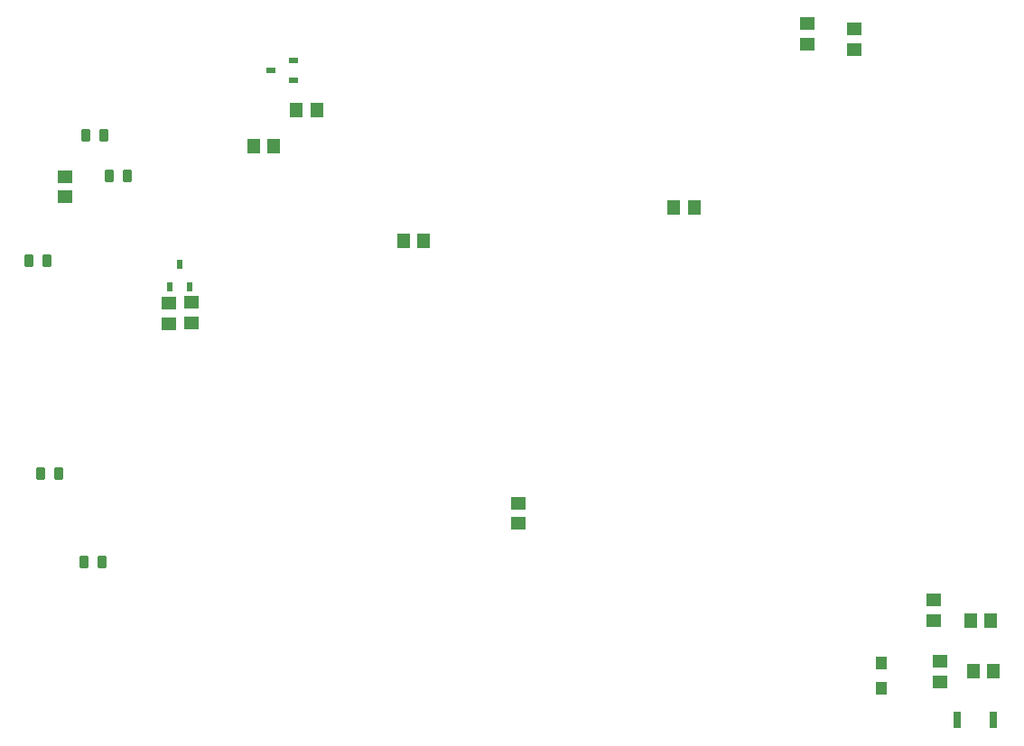
<source format=gbr>
G04 DipTrace 5.1.0.3*
G04 Âåðõíÿÿï.ìàñêà.gbr*
%MOMM*%
G04 #@! TF.FileFunction,Paste,Top*
G04 #@! TF.Part,Single*
%AMOUTLINE26*
4,1,28,
-0.15172,0.455,
0.15172,0.455,
0.18077,0.45118,
0.20478,0.44123,
0.22541,0.42541,
0.24123,0.40478,
0.25118,0.38077,
0.255,0.35172,
0.255,-0.35172,
0.25118,-0.38077,
0.24123,-0.40478,
0.22541,-0.42541,
0.20478,-0.44123,
0.18077,-0.45118,
0.15172,-0.455,
-0.15172,-0.455,
-0.18077,-0.45118,
-0.20478,-0.44123,
-0.22541,-0.42541,
-0.24123,-0.40478,
-0.25118,-0.38077,
-0.255,-0.35172,
-0.255,0.35172,
-0.25118,0.38077,
-0.24123,0.40478,
-0.22541,0.42541,
-0.20478,0.44123,
-0.18077,0.45118,
-0.15172,0.455,
0*%
%AMOUTLINE29*
4,1,28,
0.15172,-0.455,
-0.15172,-0.455,
-0.18077,-0.45118,
-0.20478,-0.44123,
-0.22541,-0.42541,
-0.24123,-0.40478,
-0.25118,-0.38077,
-0.255,-0.35172,
-0.255,0.35172,
-0.25118,0.38077,
-0.24123,0.40478,
-0.22541,0.42541,
-0.20478,0.44123,
-0.18077,0.45118,
-0.15172,0.455,
0.15172,0.455,
0.18077,0.45118,
0.20478,0.44123,
0.22541,0.42541,
0.24123,0.40478,
0.25118,0.38077,
0.255,0.35172,
0.255,-0.35172,
0.25118,-0.38077,
0.24123,-0.40478,
0.22541,-0.42541,
0.20478,-0.44123,
0.18077,-0.45118,
0.15172,-0.455,
0*%
%AMOUTLINE32*
4,1,28,
-0.455,-0.15172,
-0.455,0.15172,
-0.45118,0.18077,
-0.44123,0.20478,
-0.42541,0.22541,
-0.40478,0.24123,
-0.38077,0.25118,
-0.35172,0.255,
0.35172,0.255,
0.38077,0.25118,
0.40478,0.24123,
0.42541,0.22541,
0.44123,0.20478,
0.45118,0.18077,
0.455,0.15172,
0.455,-0.15172,
0.45118,-0.18077,
0.44123,-0.20478,
0.42541,-0.22541,
0.40478,-0.24123,
0.38077,-0.25118,
0.35172,-0.255,
-0.35172,-0.255,
-0.38077,-0.25118,
-0.40478,-0.24123,
-0.42541,-0.22541,
-0.44123,-0.20478,
-0.45118,-0.18077,
-0.455,-0.15172,
0*%
%AMOUTLINE35*
4,1,28,
0.455,0.15172,
0.455,-0.15172,
0.45118,-0.18077,
0.44123,-0.20478,
0.42541,-0.22541,
0.40478,-0.24123,
0.38077,-0.25118,
0.35172,-0.255,
-0.35172,-0.255,
-0.38077,-0.25118,
-0.40478,-0.24123,
-0.42541,-0.22541,
-0.44123,-0.20478,
-0.45118,-0.18077,
-0.455,-0.15172,
-0.455,0.15172,
-0.45118,0.18077,
-0.44123,0.20478,
-0.42541,0.22541,
-0.40478,0.24123,
-0.38077,0.25118,
-0.35172,0.255,
0.35172,0.255,
0.38077,0.25118,
0.40478,0.24123,
0.42541,0.22541,
0.44123,0.20478,
0.45118,0.18077,
0.455,0.15172,
0*%
%AMOUTLINE38*
4,1,28,
-0.21672,0.61,
0.21672,0.61,
0.26389,0.60379,
0.30478,0.58685,
0.3399,0.5599,
0.36685,0.52478,
0.38379,0.48389,
0.39,0.43672,
0.39,-0.43672,
0.38379,-0.48389,
0.36685,-0.52478,
0.3399,-0.5599,
0.30478,-0.58685,
0.26389,-0.60379,
0.21672,-0.61,
-0.21672,-0.61,
-0.26389,-0.60379,
-0.30478,-0.58685,
-0.3399,-0.5599,
-0.36685,-0.52478,
-0.38379,-0.48389,
-0.39,-0.43672,
-0.39,0.43672,
-0.38379,0.48389,
-0.36685,0.52478,
-0.3399,0.5599,
-0.30478,0.58685,
-0.26389,0.60379,
-0.21672,0.61,
0*%
%AMOUTLINE41*
4,1,28,
0.21672,-0.61,
-0.21672,-0.61,
-0.26389,-0.60379,
-0.30478,-0.58685,
-0.3399,-0.5599,
-0.36685,-0.52478,
-0.38379,-0.48389,
-0.39,-0.43672,
-0.39,0.43672,
-0.38379,0.48389,
-0.36685,0.52478,
-0.3399,0.5599,
-0.30478,0.58685,
-0.26389,0.60379,
-0.21672,0.61,
0.21672,0.61,
0.26389,0.60379,
0.30478,0.58685,
0.3399,0.5599,
0.36685,0.52478,
0.38379,0.48389,
0.39,0.43672,
0.39,-0.43672,
0.38379,-0.48389,
0.36685,-0.52478,
0.3399,-0.5599,
0.30478,-0.58685,
0.26389,-0.60379,
0.21672,-0.61,
0*%
%ADD73R,0.7X1.6*%
%ADD83R,1.0X1.15*%
%ADD93R,1.4X1.2*%
%ADD95R,1.2X1.4*%
%ADD135OUTLINE26*%
%ADD138OUTLINE29*%
%ADD141OUTLINE32*%
%ADD144OUTLINE35*%
%ADD147OUTLINE38*%
%ADD150OUTLINE41*%
%FSLAX35Y35*%
G04*
G71*
G90*
G75*
G01*
G04 TopPaste*
%LPD*%
D93*
X1730534Y6375163D3*
X1730541Y6185163D3*
D83*
X9379717Y1577130D3*
X9379711Y1812130D3*
D135*
X2710637Y5340163D3*
X2900637D3*
D138*
X2805637Y5551163D3*
D141*
X3869807Y7277947D3*
Y7467947D3*
D144*
X3658807Y7372947D3*
D147*
X1497603Y3585180D3*
D150*
X1666603D3*
D147*
X1386763Y5587927D3*
D150*
X1555763D3*
D93*
X5977835Y3311317D3*
X5977845Y3121317D3*
D95*
X7629113Y6088547D3*
X7439113Y6088540D3*
D147*
X1907037Y2762463D3*
D150*
X2076037D3*
D147*
X1923937Y6759660D3*
D150*
X2092937Y6759667D3*
D95*
X10217257Y2210104D3*
X10407257Y2210116D3*
D93*
X9928728Y1635247D3*
X9928719Y1825247D3*
X8686470Y7811933D3*
X8686483Y7621933D3*
X9130321Y7760350D3*
X9130326Y7570350D3*
X2912534Y5196363D3*
X2912539Y5006363D3*
X2703738Y4996063D3*
X2703735Y5186063D3*
D95*
X4901737Y5776854D3*
X5091737Y5776873D3*
X10245037Y1735650D3*
X10435037D3*
X3688333Y6657923D3*
X3498333D3*
X4086953Y7004809D3*
X3896953Y7004805D3*
D93*
X9871383Y2402703D3*
X9871391Y2212703D3*
D147*
X2140937Y6382361D3*
D150*
X2309937Y6382366D3*
D73*
X10092261Y1278536D3*
X10432261Y1278546D3*
M02*

</source>
